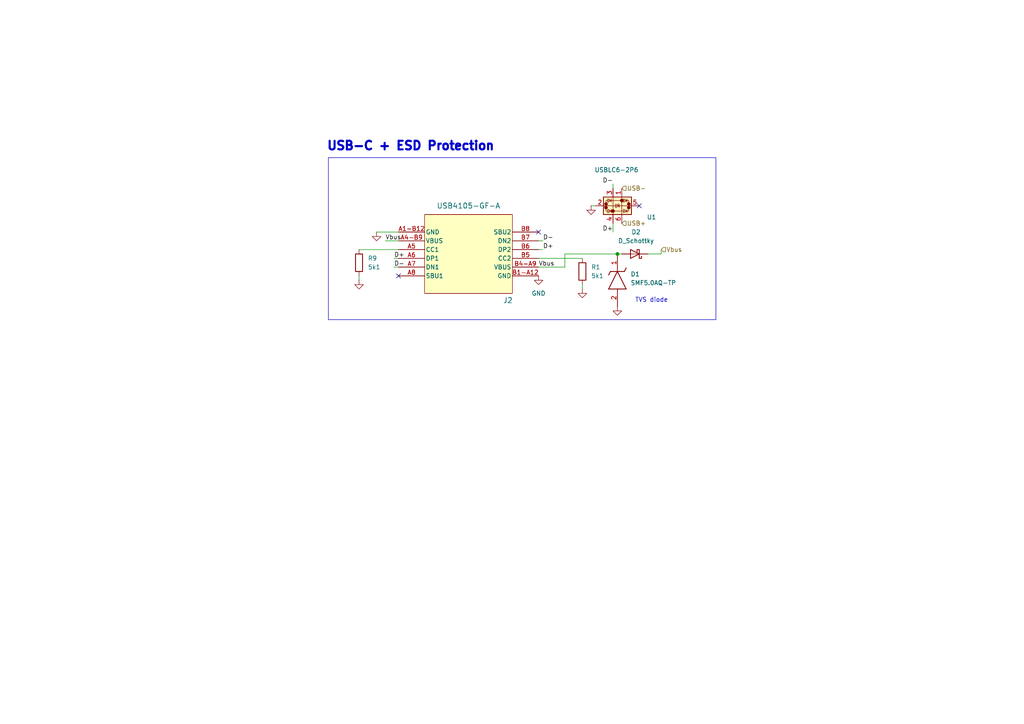
<source format=kicad_sch>
(kicad_sch (version 20250114) (generator "eeschema") (generator_version "9.0")
  (paper "A4")
  (lib_symbols
    (symbol "Device:D_Schottky" (pin_numbers (hide yes)) (pin_names (offset 1.016) (hide yes))
      (property "Reference" "D" (at 0 2.54 0))
      (property "Value" "D_Schottky" (at 0 -2.54 0))
      (symbol "D_Schottky_0_1"
        (polyline (pts (xy -1.905 0.635) (xy -1.905 1.27) (xy -1.27 1.27) (xy -1.27 -1.27) (xy -0.635 -1.27) (xy -0.635 -0.635)) (stroke (width 0.254)))
        (polyline (pts (xy 1.27 1.27) (xy 1.27 -1.27) (xy -1.27 0) (xy 1.27 1.27)) (stroke (width 0.254)))
        (polyline (pts (xy 1.27 0) (xy -1.27 0)))
      )
      (symbol "D_Schottky_1_1"
        (pin passive line (at -3.81 0 0) (length 2.54) (name "K") (number "1"))
        (pin passive line (at 3.81 0 180) (length 2.54) (name "A") (number "2"))
      )
    )
    (symbol "Device:R" (pin_numbers (hide yes)) (pin_names (offset 0))
      (property "Reference" "R" (at 2.032 0 90))
      (property "Value" "R" (at 0 0 90))
      (symbol "R_0_1"
        (rectangle (start -1.016 -2.54) (end 1.016 2.54) (stroke (width 0.254)))
      )
      (symbol "R_1_1"
        (pin passive line (at 0 3.81 270) (length 1.27) (name "~") (number "1"))
        (pin passive line (at 0 -3.81 90) (length 1.27) (name "~") (number "2"))
      )
    )
    (symbol "Power_Protection:USBLC6-2P6" (pin_names (hide yes))
      (property "Reference" "U" (at 0.635 5.715 0))
      (property "Value" "USBLC6-2P6" (at 0.635 3.81 0))
      (symbol "USBLC6-2P6_0_0"
        (circle (center -1.524 0) (radius 0.0001) (stroke (width 0.508)))
        (circle (center -0.508 2.032) (radius 0.0001) (stroke (width 0.508)))
        (circle (center -0.508 -4.572) (radius 0.0001) (stroke (width 0.508)))
        (circle (center 0.508 2.032) (radius 0.0001) (stroke (width 0.508)))
        (circle (center 0.508 -4.572) (radius 0.0001) (stroke (width 0.508)))
        (circle (center 1.524 -2.54) (radius 0.0001) (stroke (width 0.508)))
      )
      (symbol "USBLC6-2P6_0_1"
        (polyline (pts (xy -2.54 0) (xy 2.54 0)))
        (polyline (pts (xy -2.54 -2.54) (xy 2.54 -2.54)))
        (polyline (pts (xy -2.032 0.508) (xy -1.016 0.508) (xy -1.524 1.524) (xy -2.032 0.508)))
        (polyline (pts (xy -2.032 -3.048) (xy -1.016 -3.048)))
        (polyline (pts (xy -1.016 1.524) (xy -2.032 1.524)))
        (polyline (pts (xy -1.016 -4.064) (xy -2.032 -4.064) (xy -1.524 -3.048) (xy -1.016 -4.064)))
        (polyline (pts (xy -0.508 -1.143) (xy -0.508 -0.762) (xy 0.508 -0.762)))
        (polyline (pts (xy 0 2.54) (xy -0.508 2.032) (xy 0.508 2.032) (xy 0 1.524) (xy 0 -4.064) (xy -0.508 -4.572) (xy 0.508 -4.572) (xy 0 -5.08)))
        (polyline (pts (xy 0.508 -1.778) (xy -0.508 -1.778) (xy 0 -0.762) (xy 0.508 -1.778)))
        (polyline (pts (xy 1.016 1.524) (xy 2.032 1.524)))
        (polyline (pts (xy 1.016 -3.048) (xy 2.032 -3.048)))
        (polyline (pts (xy 2.032 0.508) (xy 1.016 0.508) (xy 1.524 1.524) (xy 2.032 0.508)))
        (polyline (pts (xy 2.032 -4.064) (xy 1.016 -4.064) (xy 1.524 -3.048) (xy 2.032 -4.064)))
      )
      (symbol "USBLC6-2P6_1_1"
        (rectangle (start -2.54 2.794) (end 2.54 -5.334) (stroke (width 0.254)) (fill (type background)))
        (polyline (pts (xy -0.508 2.032) (xy -1.524 2.032) (xy -1.524 -4.572) (xy -0.508 -4.572)))
        (polyline (pts (xy 0.508 -4.572) (xy 1.524 -4.572) (xy 1.524 2.032) (xy 0.508 2.032)))
        (pin passive line (at -5.08 0 0) (length 2.54) (name "I/O1") (number "1"))
        (pin passive line (at -5.08 -2.54 0) (length 2.54) (name "I/O2") (number "3"))
        (pin passive line (at 0 5.08 270) (length 2.54) (name "VBUS") (number "5"))
        (pin passive line (at 0 -7.62 90) (length 2.54) (name "GND") (number "2"))
        (pin passive line (at 5.08 0 180) (length 2.54) (name "I/O1") (number "6"))
        (pin passive line (at 5.08 -2.54 180) (length 2.54) (name "I/O2") (number "4"))
      )
    )
    (symbol "SMF5_0AQ-TP:SMF5.0AQ-TP" (pin_names (hide yes))
      (property "Reference" "D" (at 10.16 8.89 0))
      (property "Value" "SMF5.0AQ-TP" (at 10.16 6.35 0))
      (symbol "SMF5.0AQ-TP_1_1"
        (polyline (pts (xy 4.064 2.54) (xy 5.08 2.032)) (stroke (width 0.254)))
        (polyline (pts (xy 5.08 0) (xy 10.16 2.54)) (stroke (width 0.254)))
        (polyline (pts (xy 5.08 -2.032) (xy 5.08 2.032)) (stroke (width 0.254)))
        (polyline (pts (xy 5.08 -2.032) (xy 6.096 -2.54)) (stroke (width 0.254)))
        (polyline (pts (xy 10.16 -2.54) (xy 5.08 0)) (stroke (width 0.254)))
        (polyline (pts (xy 10.16 -2.54) (xy 10.16 2.54)) (stroke (width 0.254)))
        (pin passive line (at 0 0 0) (length 5.08) (name "K") (number "1"))
        (pin passive line (at 15.24 0 180) (length 5.08) (name "A") (number "2"))
      )
    )
    (symbol "USB4105-GF-A_1" (pin_names (offset 0.254))
      (property "Reference" "J" (at 20.32 10.16 0))
      (property "Value" "USB4105-GF-A" (at 20.32 7.62 0))
      (symbol "USB4105-GF-A_1_0_1"
        (polyline (pts (xy 7.62 5.08) (xy 7.62 -17.78)) (stroke (width 0.127)) (fill (type background)))
        (rectangle (start 7.62 5.08) (end 33.02 -17.78) (fill (type color) (color 255 255 194 1)))
        (polyline (pts (xy 7.62 -17.78) (xy 33.02 -17.78)) (stroke (width 0.127)) (fill (type background)))
        (polyline (pts (xy 33.02 5.08) (xy 7.62 5.08)) (stroke (width 0.127)) (fill (type background)))
        (pin power_out line (at 0 0 0) (length 7.62) (name "GND") (number "A1-B12"))
        (pin power_in line (at 0 -2.54 0) (length 7.62) (name "VBUS") (number "A4-B9"))
        (pin bidirectional line (at 0 -5.08 0) (length 7.62) (name "CC1") (number "A5"))
        (pin bidirectional line (at 0 -7.62 0) (length 7.62) (name "DP1") (number "A6"))
        (pin bidirectional line (at 0 -10.16 0) (length 7.62) (name "DN1") (number "A7"))
        (pin bidirectional line (at 0 -12.7 0) (length 7.62) (name "SBU1") (number "A8"))
        (pin bidirectional line (at 40.64 0 180) (length 7.62) (name "SBU2") (number "B8"))
        (pin bidirectional line (at 40.64 -2.54 180) (length 7.62) (name "DN2") (number "B7"))
        (pin bidirectional line (at 40.64 -5.08 180) (length 7.62) (name "DP2") (number "B6"))
        (pin bidirectional line (at 40.64 -7.62 180) (length 7.62) (name "CC2") (number "B5"))
        (pin power_in line (at 40.64 -10.16 180) (length 7.62) (name "VBUS") (number "B4-A9"))
        (pin power_out line (at 40.64 -12.7 180) (length 7.62) (name "GND") (number "B1-A12"))
      )
    )
    (symbol "power:GND" (power) (pin_numbers (hide yes)) (pin_names (offset 0) (hide yes))
      (property "Value" "GND" (at 0 -3.81 0))
      (symbol "GND_0_1"
        (polyline (pts (xy 0 0) (xy 0 -1.27) (xy 1.27 -1.27) (xy 0 -2.54) (xy -1.27 -1.27) (xy 0 -1.27)))
      )
      (symbol "GND_1_1"
        (pin power_in line (at 0 0 270) (length 0) (name "~") (number "1"))
      )
    )
  )
  (rectangle (start 95.25 45.72) (end 207.645 92.71))
  (text "USB-C + ESD Protection\n\n\n" (at 119.126 46.482 0) (effects (font (size 2.5 2.5) (thickness 0.6) (bold yes))))
  (text "TVS diode\n" (at 188.976 87.122 0) (effects (font (size 1.27 1.27))))
  (junction (at 179.07 73.66))
  (no_connect (at 156.21 67.31))
  (no_connect (at 115.57 80.01))
  (no_connect (at 185.42 59.69))
  (wire (pts (xy 177.8 53.34) (xy 177.8 54.61)))
  (wire (pts (xy 177.8 67.31) (xy 177.8 64.77)))
  (wire (pts (xy 168.91 82.55) (xy 168.91 83.82)))
  (wire (pts (xy 191.77 73.66) (xy 187.96 73.66)))
  (wire (pts (xy 109.22 67.31) (xy 115.57 67.31)))
  (wire (pts (xy 157.48 69.85) (xy 156.21 69.85)))
  (wire (pts (xy 180.34 73.66) (xy 179.07 73.66)))
  (wire (pts (xy 191.77 72.39) (xy 191.77 73.66)))
  (wire (pts (xy 114.3 74.93) (xy 115.57 74.93)))
  (wire (pts (xy 114.3 77.47) (xy 115.57 77.47)))
  (wire (pts (xy 156.21 74.93) (xy 168.91 74.93)))
  (wire (pts (xy 104.14 72.39) (xy 115.57 72.39)))
  (wire (pts (xy 157.48 72.39) (xy 156.21 72.39)))
  (wire (pts (xy 111.76 69.85) (xy 115.57 69.85)))
  (wire (pts (xy 104.14 80.01) (xy 104.14 81.28)))
  (wire (pts (xy 163.83 73.66) (xy 163.83 77.47)))
  (wire (pts (xy 163.83 77.47) (xy 156.21 77.47)))
  (wire (pts (xy 179.07 73.66) (xy 163.83 73.66)))
  (wire (pts (xy 171.45 59.69) (xy 172.72 59.69)))
  (label "D-" (at 114.3 77.47 0))
  (label "Vbus" (at 111.76 69.85 0))
  (label "D+" (at 114.3 74.93 0))
  (label "D+" (at 157.48 72.39 0))
  (label "Vbus" (at 156.21 77.47 0))
  (label "D-" (at 177.8 53.34 180))
  (label "D+" (at 177.8 67.31 180))
  (label "D-" (at 157.48 69.85 0))
  (hierarchical_label "USB-" (shape input) (at 180.34 54.61 0))
  (hierarchical_label "Vbus" (shape input) (at 191.77 72.39 0))
  (hierarchical_label "USB+" (shape input) (at 180.34 64.77 0))
  (symbol (lib_id "Device:D_Schottky") (at 184.15 73.66 180) (unit 1)
    (property "Reference" "D2" (at 184.4675 67.31 0))
    (property "Value" "D_Schottky" (at 184.4675 69.85 0))
    (property "Description" "Schottky diode" (effects (hide yes)))
  )
  (symbol (lib_id "Power_Protection:USBLC6-2P6") (at 180.34 59.69 270) (unit 1)
    (property "Reference" "U1" (at 188.976 62.992 90))
    (property "Value" "USBLC6-2P6" (at 178.816 49.276 90))
    (property "Footprint" "Package_TO_SOT_SMD:SOT-666" (effects (hide yes)))
    (property "Datasheet" "https://www.st.com/resource/en/datasheet/usblc6-2.pdf" (effects (hide yes)))
    (property "Description" "Very low capacitance ESD protection diode, 2 data-line, SOT-666" (effects (hide yes)))
  )
  (symbol (lib_id "SMF5_0AQ-TP:SMF5.0AQ-TP") (at 179.07 73.66 270) (unit 1)
    (property "Reference" "D1" (at 182.88 79.5019 90) (effects (justify left)))
    (property "Value" "SMF5.0AQ-TP" (at 182.88 82.0419 90) (effects (justify left)))
    (property "Footprint" "SMF50AQTP" (effects (hide yes)))
    (property "Datasheet" "https://www.mccsemi.com/pdf/Products/SMF5.0AQ_SMF100AQ(SOD-123FL).pdf" (effects (hide yes)))
    (property "Description" "200 Watt TVS 5.0 to 100 Volts SOD-123FL Uni-directional,,iFSM:20,VRWM(V):5" (effects (hide yes)))
    (property "Height" "1.35" (effects (hide yes)))
    (property "Manufacturer_Name" "MCC" (effects (hide yes)))
    (property "Manufacturer_Part_Number" "SMF5.0AQ-TP" (effects (hide yes)))
    (property "Arrow Part Number" "SMF5.0AQ-TP" (effects (hide yes)))
    (property "Arrow Price/Stock" "https://www.arrow.com/en/products/smf5.0aq-tp/micro-commercial-components?utm_currency=USD&region=nac" (effects (hide yes)))
  )
  (symbol (lib_id "power:GND") (at 109.22 67.31 0) (unit 1)
    (property "Reference" "#PWR06" (effects (hide yes)))
    (property "Value" "GND" (effects (hide yes)))
    (property "Description" "Power symbol creates a global label with name \"GND\" , ground" (effects (hide yes)))
  )
  (symbol (lib_id "power:GND") (at 179.07 88.9 0) (unit 1)
    (property "Reference" "#PWR08" (effects (hide yes)))
    (property "Value" "GND" (effects (hide yes)))
    (property "Description" "Power symbol creates a global label with name \"GND\" , ground" (effects (hide yes)))
  )
  (symbol (lib_id "power:GND") (at 104.14 81.28 0) (unit 1)
    (property "Reference" "#PWR014" (effects (hide yes)))
    (property "Value" "GND" (effects (hide yes)))
    (property "Description" "Power symbol creates a global label with name \"GND\" , ground" (effects (hide yes)))
  )
  (symbol (lib_id "Device:R") (at 104.14 76.2 0) (unit 1)
    (property "Reference" "R9" (at 106.68 74.9299 0) (effects (justify left)))
    (property "Value" "5k1" (at 106.68 77.4699 0) (effects (justify left)))
    (property "Description" "Resistor" (effects (hide yes)))
  )
  (symbol (lib_id "power:GND") (at 171.45 59.69 0) (unit 1)
    (property "Reference" "#PWR07" (effects (hide yes)))
    (property "Value" "GND" (effects (hide yes)))
    (property "Description" "Power symbol creates a global label with name \"GND\" , ground" (effects (hide yes)))
  )
  (symbol (lib_id "Device:R") (at 168.91 78.74 0) (unit 1)
    (property "Reference" "R1" (at 171.45 77.4699 0) (effects (justify left)))
    (property "Value" "5k1" (at 171.45 80.0099 0) (effects (justify left)))
    (property "Description" "Resistor" (effects (hide yes)))
  )
  (symbol (lib_id "power:GND") (at 168.91 83.82 0) (unit 1)
    (property "Reference" "#PWR04" (effects (hide yes)))
    (property "Value" "GND" (effects (hide yes)))
    (property "Description" "Power symbol creates a global label with name \"GND\" , ground" (effects (hide yes)))
  )
  (symbol (lib_id "power:GND") (at 156.21 80.01 0) (unit 1)
    (property "Reference" "#PWR02" (effects (hide yes)))
    (property "Value" "GND" (at 156.21 85.09 0))
    (property "Description" "Power symbol creates a global label with name \"GND\" , ground" (effects (hide yes)))
  )
  (symbol (lib_name "USB4105-GF-A_1") (lib_id "2025-02-28_23-02-15:USB4105-GF-A") (at 115.57 67.31 0) (unit 1)
    (property "Reference" "J2" (at 147.32 87.122 0) (effects (font (size 1.524 1.524))))
    (property "Value" "USB4105-GF-A" (at 135.89 59.69 0) (effects (font (size 1.524 1.524))))
    (property "Footprint" "USB4105_GCT" (effects (hide yes)))
    (property "Datasheet" "USB4105-GF-A" (effects (hide yes)))
  )
)
</source>
